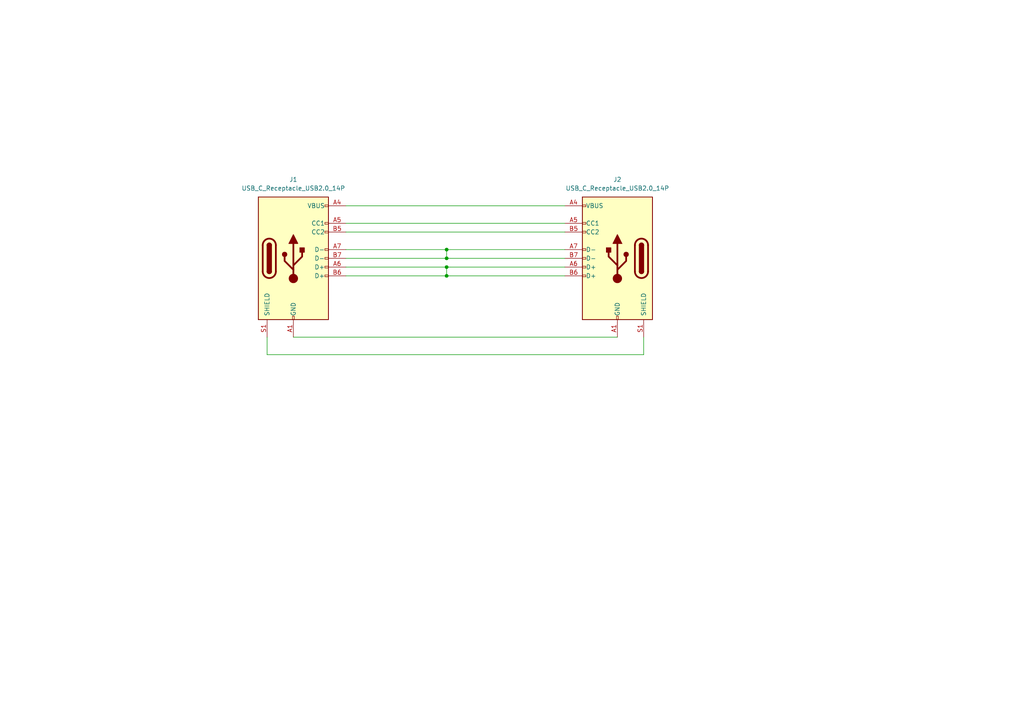
<source format=kicad_sch>
(kicad_sch (version 20250114) (generator "eeschema") (generator_version "9.0")
  (paper "A4")
  (lib_symbols
    (symbol "Connector:USB_C_Receptacle_USB2.0_14P" (pin_names (offset 1.016))
      (property "Reference" "J" (at 0 22.225 0))
      (property "Value" "USB_C_Receptacle_USB2.0_14P" (at 0 19.685 0))
      (symbol "USB_C_Receptacle_USB2.0_14P_0_0"
        (rectangle (start -0.254 -17.78) (end 0.254 -16.764))
        (rectangle (start 10.16 15.494) (end 9.144 14.986))
        (rectangle (start 10.16 10.414) (end 9.144 9.906))
        (rectangle (start 10.16 7.874) (end 9.144 7.366))
        (rectangle (start 10.16 2.794) (end 9.144 2.286))
        (rectangle (start 10.16 0.254) (end 9.144 -0.254))
        (rectangle (start 10.16 -2.286) (end 9.144 -2.794))
        (rectangle (start 10.16 -4.826) (end 9.144 -5.334))
      )
      (symbol "USB_C_Receptacle_USB2.0_14P_0_1"
        (rectangle (start -10.16 17.78) (end 10.16 -17.78) (stroke (width 0.254)) (fill (type background)))
        (polyline (pts (xy -8.89 -3.81) (xy -8.89 3.81)) (stroke (width 0.508)))
        (rectangle (start -7.62 -3.81) (end -6.35 3.81) (stroke (width 0.254)) (fill (type outline)))
        (arc (start -7.62 3.81) (mid -6.985 4.4423) (end -6.35 3.81) (stroke (width 0.254)))
        (arc (start -7.62 3.81) (mid -6.985 4.4423) (end -6.35 3.81) (stroke (width 0.254)) (fill (type outline)))
        (arc (start -8.89 3.81) (mid -6.985 5.7067) (end -5.08 3.81) (stroke (width 0.508)))
        (arc (start -5.08 -3.81) (mid -6.985 -5.7067) (end -8.89 -3.81) (stroke (width 0.508)))
        (arc (start -6.35 -3.81) (mid -6.985 -4.4423) (end -7.62 -3.81) (stroke (width 0.254)))
        (arc (start -6.35 -3.81) (mid -6.985 -4.4423) (end -7.62 -3.81) (stroke (width 0.254)) (fill (type outline)))
        (polyline (pts (xy -5.08 3.81) (xy -5.08 -3.81)) (stroke (width 0.508)))
        (circle (center -2.54 1.143) (radius 0.635) (stroke (width 0.254)) (fill (type outline)))
        (polyline (pts (xy -1.27 4.318) (xy 0 6.858) (xy 1.27 4.318) (xy -1.27 4.318)) (stroke (width 0.254)) (fill (type outline)))
        (polyline (pts (xy 0 -2.032) (xy 2.54 0.508) (xy 2.54 1.778)) (stroke (width 0.508)))
        (polyline (pts (xy 0 -3.302) (xy -2.54 -0.762) (xy -2.54 0.508)) (stroke (width 0.508)))
        (polyline (pts (xy 0 -5.842) (xy 0 4.318)) (stroke (width 0.508)))
        (circle (center 0 -5.842) (radius 1.27) (fill (type outline)))
        (rectangle (start 1.905 1.778) (end 3.175 3.048) (stroke (width 0.254)) (fill (type outline)))
      )
      (symbol "USB_C_Receptacle_USB2.0_14P_1_1"
        (pin passive line (at -7.62 -22.86 90) (length 5.08) (name "SHIELD") (number "S1"))
        (pin passive line (at 0 -22.86 90) (length 5.08) (name "GND") (number "A1"))
        (pin passive line (at 0 -22.86 90) (length 5.08) (hide yes) (name "GND") (number "A12"))
        (pin passive line (at 0 -22.86 90) (length 5.08) (hide yes) (name "GND") (number "B1"))
        (pin passive line (at 0 -22.86 90) (length 5.08) (hide yes) (name "GND") (number "B12"))
        (pin passive line (at 15.24 15.24 180) (length 5.08) (name "VBUS") (number "A4"))
        (pin passive line (at 15.24 15.24 180) (length 5.08) (hide yes) (name "VBUS") (number "A9"))
        (pin passive line (at 15.24 15.24 180) (length 5.08) (hide yes) (name "VBUS") (number "B4"))
        (pin passive line (at 15.24 15.24 180) (length 5.08) (hide yes) (name "VBUS") (number "B9"))
        (pin bidirectional line (at 15.24 10.16 180) (length 5.08) (name "CC1") (number "A5"))
        (pin bidirectional line (at 15.24 7.62 180) (length 5.08) (name "CC2") (number "B5"))
        (pin bidirectional line (at 15.24 2.54 180) (length 5.08) (name "D-") (number "A7"))
        (pin bidirectional line (at 15.24 0 180) (length 5.08) (name "D-") (number "B7"))
        (pin bidirectional line (at 15.24 -2.54 180) (length 5.08) (name "D+") (number "A6"))
        (pin bidirectional line (at 15.24 -5.08 180) (length 5.08) (name "D+") (number "B6"))
      )
    )
  )
  (junction (at 129.54 72.39))
  (junction (at 129.54 74.93))
  (junction (at 129.54 80.01))
  (junction (at 129.54 77.47))
  (wire (pts (xy 100.33 77.47) (xy 129.54 77.47)))
  (wire (pts (xy 77.47 97.79) (xy 77.47 102.87)))
  (wire (pts (xy 85.09 97.79) (xy 179.07 97.79)))
  (wire (pts (xy 129.54 80.01) (xy 163.83 80.01)))
  (wire (pts (xy 100.33 59.69) (xy 163.83 59.69)))
  (wire (pts (xy 129.54 72.39) (xy 129.54 74.93)))
  (wire (pts (xy 129.54 72.39) (xy 163.83 72.39)))
  (wire (pts (xy 100.33 64.77) (xy 163.83 64.77)))
  (wire (pts (xy 100.33 67.31) (xy 163.83 67.31)))
  (wire (pts (xy 77.47 102.87) (xy 186.69 102.87)))
  (wire (pts (xy 100.33 80.01) (xy 129.54 80.01)))
  (wire (pts (xy 100.33 72.39) (xy 129.54 72.39)))
  (wire (pts (xy 129.54 74.93) (xy 163.83 74.93)))
  (wire (pts (xy 129.54 77.47) (xy 163.83 77.47)))
  (wire (pts (xy 129.54 77.47) (xy 129.54 80.01)))
  (wire (pts (xy 186.69 102.87) (xy 186.69 97.79)))
  (wire (pts (xy 100.33 74.93) (xy 129.54 74.93)))
  (symbol (lib_id "Connector:USB_C_Receptacle_USB2.0_14P") (at 85.09 74.93 0) (unit 1)
    (property "Reference" "J1" (at 85.09 52.07 0))
    (property "Value" "USB_C_Receptacle_USB2.0_14P" (at 85.09 54.61 0))
    (property "Footprint" "usb c male:USB-C-SMD_TYPE-C16PIN-SHOUHAN" (effects (hide yes)))
    (property "Datasheet" "https://www.usb.org/sites/default/files/documents/usb_type-c.zip" (effects (hide yes)))
    (property "Description" "USB 2.0-only 14P Type-C Receptacle connector" (effects (hide yes)))
  )
  (symbol (lib_id "Connector:USB_C_Receptacle_USB2.0_14P") (at 179.07 74.93 0) (mirror y) (unit 1)
    (property "Reference" "J2" (at 179.07 52.07 0))
    (property "Value" "USB_C_Receptacle_USB2.0_14P" (at 179.07 54.61 0))
    (property "Footprint" "usb c male:USB-C-SMD_USBC1-AM-063" (effects (hide yes)))
    (property "Datasheet" "https://www.usb.org/sites/default/files/documents/usb_type-c.zip" (effects (hide yes)))
    (property "Description" "USB 2.0-only 14P Type-C Receptacle connector" (effects (hide yes)))
  )
)
</source>
